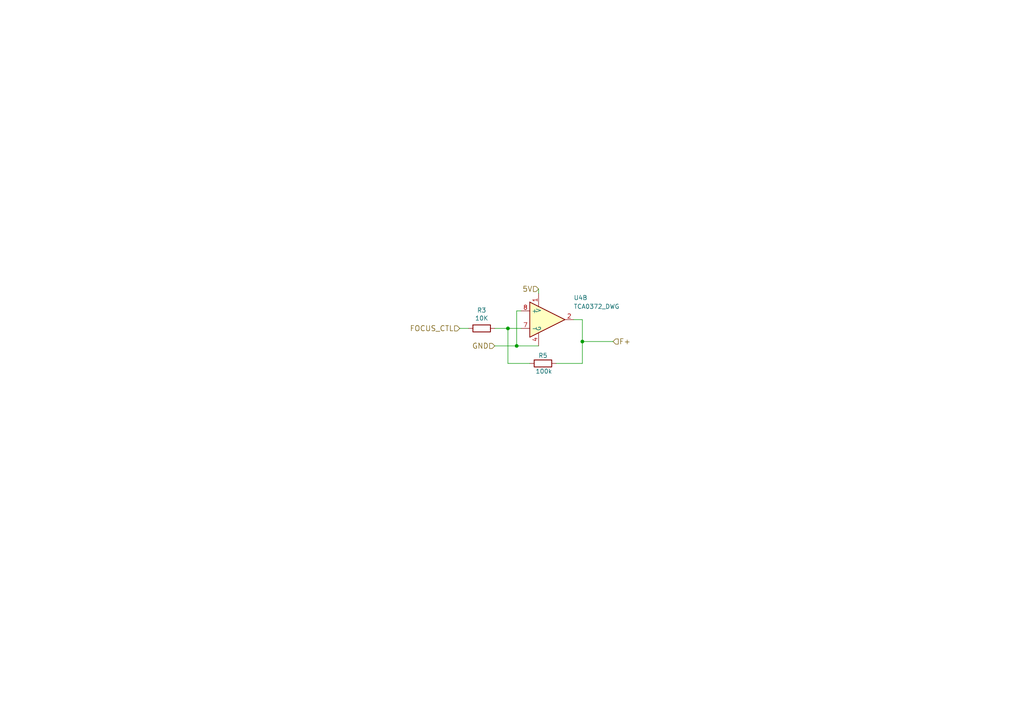
<source format=kicad_sch>
(kicad_sch (version 20231120) (generator "eeschema") (generator_version "8.0")
  (paper "A4")
  (lib_symbols
    (symbol "DVDLaserScanner-rescue:R" (pin_numbers hide) (pin_names (offset 0))
      (property "Reference" "R" (at 2.032 0 90))
      (property "Value" "R" (at 0 0 90))
      (symbol "R_0_1"
        (rectangle (start -1.016 -2.54) (end 1.016 2.54) (stroke (width 0.254)))
      )
      (symbol "R_1_1"
        (pin passive line (at 0 3.81 270) (length 1.27) (name "~") (number "1"))
        (pin passive line (at 0 -3.81 90) (length 1.27) (name "~") (number "2"))
      )
    )
    (symbol "DVDLaserScanner-rescue:TCA0372_DWG"
      (property "Reference" "U" (at 2.54 6.35 0))
      (property "Value" "TCA0372_DWG" (at 1.27 3.81 0))
      (symbol "TCA0372_DWG_0_1"
        (polyline (pts (xy -5.08 5.08) (xy 5.08 0) (xy -5.08 -5.08) (xy -5.08 5.08)) (stroke (width 0.254)) (fill (type background)))
        (pin power_in line (at -2.54 7.62 270) (length 3.81) (name "V") (number "1"))
        (pin power_in line (at 5.08 -2.54 270) (length 3.81) hide (name "GND") (number "12"))
        (pin power_in line (at 7.62 -2.54 270) (length 3.81) hide (name "GND") (number "13"))
        (pin power_in line (at -2.54 -7.62 90) (length 3.81) (name "G") (number "4"))
        (pin power_in line (at 2.54 -2.54 270) (length 3.81) hide (name "GND") (number "5"))
      )
      (symbol "TCA0372_DWG_1_1"
        (pin input line (at -7.62 -2.54 0) (length 2.54) (name "-") (number "10"))
        (pin output line (at 7.62 0 180) (length 2.54) (name "~") (number "16"))
        (pin input line (at -7.62 2.54 0) (length 2.54) (name "+") (number "9"))
      )
      (symbol "TCA0372_DWG_2_1"
        (pin output line (at 7.62 0 180) (length 2.54) (name "~") (number "2"))
        (pin input line (at -7.62 -2.54 0) (length 2.54) (name "-") (number "7"))
        (pin input line (at -7.62 2.54 0) (length 2.54) (name "+") (number "8"))
      )
    )
  )
  (junction (at 147.32 95.25))
  (junction (at 168.91 99.06))
  (junction (at 149.86 100.33))
  (wire (pts (xy 156.21 83.82) (xy 156.21 85.09)))
  (wire (pts (xy 143.51 100.33) (xy 149.86 100.33)))
  (wire (pts (xy 147.32 95.25) (xy 151.13 95.25)))
  (wire (pts (xy 143.51 95.25) (xy 147.32 95.25)))
  (wire (pts (xy 149.86 90.17) (xy 151.13 90.17)))
  (wire (pts (xy 168.91 92.71) (xy 168.91 99.06)))
  (wire (pts (xy 149.86 100.33) (xy 156.21 100.33)))
  (wire (pts (xy 133.35 95.25) (xy 135.89 95.25)))
  (wire (pts (xy 166.37 92.71) (xy 168.91 92.71)))
  (wire (pts (xy 149.86 90.17) (xy 149.86 100.33)))
  (wire (pts (xy 147.32 95.25) (xy 147.32 105.41)))
  (wire (pts (xy 168.91 99.06) (xy 168.91 105.41)))
  (wire (pts (xy 177.8 99.06) (xy 168.91 99.06)))
  (wire (pts (xy 168.91 105.41) (xy 161.29 105.41)))
  (wire (pts (xy 147.32 105.41) (xy 153.67 105.41)))
  (hierarchical_label "F+" (shape input) (at 177.8 99.06 0) (effects (font (size 1.524 1.524))))
  (hierarchical_label "5V" (shape input) (at 156.21 83.82 180) (effects (font (size 1.524 1.524))))
  (hierarchical_label "GND" (shape input) (at 143.51 100.33 180) (effects (font (size 1.524 1.524))))
  (hierarchical_label "FOCUS_CTL" (shape input) (at 133.35 95.25 180) (effects (font (size 1.524 1.524))))
  (symbol (lib_id "DVDLaserScanner-rescue:TCA0372_DWG") (at 158.75 92.71 0) (unit 2)
    (property "Reference" "U4" (at 166.37 86.36 0) (effects (justify left)))
    (property "Value" "TCA0372_DWG" (at 166.37 88.9 0) (effects (justify left)))
    (property "Footprint" "GaudiLabsFootPrints:SO-16-W" (effects (hide yes)))
  )
  (symbol (lib_id "DVDLaserScanner-rescue:R") (at 157.48 105.41 270) (unit 1)
    (property "Reference" "R5" (at 157.48 103.124 90))
    (property "Value" "100k" (at 157.734 107.696 90))
    (property "Footprint" "GaudiLabsFootPrints:0805G" (effects (hide yes)))
  )
  (symbol (lib_id "DVDLaserScanner-rescue:R") (at 139.7 95.25 270) (unit 1)
    (property "Reference" "R3" (at 139.7 89.9922 90))
    (property "Value" "10K" (at 139.7 92.3036 90))
    (property "Footprint" "GaudiLabsFootPrints:0805G" (effects (hide yes)))
  )
)
</source>
